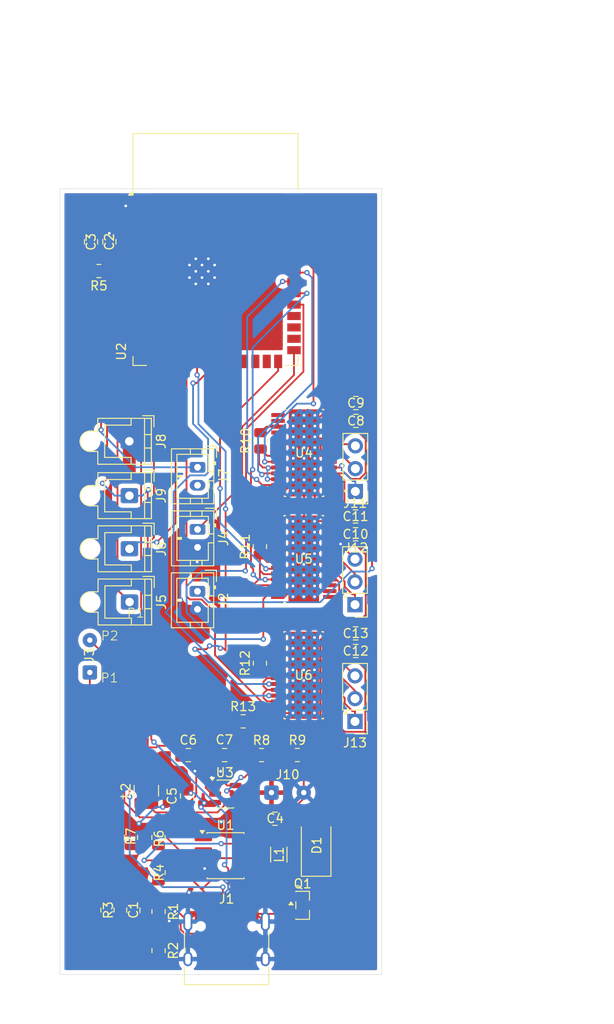
<source format=kicad_pcb>
(kicad_pcb (version 20241229) (generator "pcbnew") (generator_version "9.0")
  (layers (0 "F.Cu" signal) (2 "B.Cu" signal) (13 "F.Paste" user) (15 "B.Paste" user) (5 "F.SilkS" user "F.Silkscreen") (7 "B.SilkS" user "B.Silkscreen") (1 "F.Mask" user) (3 "B.Mask" user) (25 "Edge.Cuts" user))
  (net 0 "")
  (net 1 "GND")
  (net 2 "/+3V3")
  (net 3 "Net-(J6-Pin_1)")
  (net 4 "VM")
  (net 5 "Net-(J7-Pin_1)")
  (net 6 "/D-")
  (net 7 "/D+")
  (net 8 "Net-(J3-Pin_1)")
  (net 9 "Net-(J4-Pin_1)")
  (net 10 "Net-(J5-Pin_1)")
  (net 11 "Net-(J13-Pin_1)")
  (net 12 "/DRV8313-1/+3V3")
  (net 13 "Net-(U6-~{RESET})")
  (net 14 "/DRV8313-2/+3V3")
  (net 15 "/DRV8313-3/+3V3")
  (net 16 "/GPIO-38")
  (net 26 "/GPIO-42")
  (net 27 "/GPIO-41")
  (net 28 "/GPIO-40")
  (net 29 "/GPIO-39")
  (net 30 "/GPIO-45")
  (net 31 "/GPIO-18")
  (net 32 "/GPIO-20")
  (net 33 "/GPIO-19")
  (net 34 "Net-(U1-CE)")
  (net 35 "Net-(J13-Pin_2)")
  (net 36 "Net-(U1-CSN)")
  (net 37 "Net-(Q1-G)")
  (net 38 "Net-(U1-BAT)")
  (net 40 "Net-(U3-SW)")
  (net 41 "Net-(U3-VBST)")
  (net 42 "Net-(D1-K)")
  (net 43 "Net-(J1-CC2)")
  (net 44 "Net-(J1-CC1)")
  (net 45 "Net-(J2-Pin_1)")
  (net 47 "Net-(J11-Pin_2)")
  (net 48 "Net-(J11-Pin_3)")
  (net 49 "Net-(J11-Pin_1)")
  (net 50 "Net-(J12-Pin_1)")
  (net 51 "Net-(J12-Pin_2)")
  (net 52 "Net-(J12-Pin_3)")
  (net 53 "Net-(J13-Pin_3)")
  (net 54 "Net-(U3-VFB)")
  (net 55 "Net-(U4-~{RESET})")
  (net 56 "Net-(U5-~{RESET})")
  (net 96 "Net-(J3-Pin_2)")
  (net 97 "/+12.6V LIVE")
  (net 98 "Net-(U3-EN)")
  (footprint "Resistor_SMD:R_0805_2012Metric" (layer "F.Cu") (at 168.52 111.05)
    (property "Reference" "R9")
    (property "Value" "3kR")
  )
  (footprint "Capacitor_SMD:C_0805_2012Metric" (layer "F.Cu") (at 175.0175 97.495 180)
    (property "Reference" "C13")
    (property "Value" "10uF")
  )
  (footprint "Resistor_SMD:R_0805_2012Metric" (layer "F.Cu") (at 164.3425 100.82 90)
    (property "Reference" "R12")
    (property "Value" "10kR")
  )
  (footprint "Diode_SMD:D_SMA" (layer "F.Cu") (at 170.61 121.05 90)
    (property "Reference" "D1")
    (property "Value" "SS34")
  )
  (footprint "Connector_JST:JST_XH_B1B-XH-AM_1x01_P2.50mm_Vertical" (layer "F.Cu") (at 149.8 88.07 -90)
    (property "Reference" "J6")
    (property "Value" "U5-DATA")
  )
  (footprint "Capacitor_SMD:C_0805_2012Metric" (layer "F.Cu") (at 175.0025 86.45)
    (property "Reference" "C10")
    (property "Value" "0.1uF")
  )
  (footprint "Resistor_SMD:R_0805_2012Metric" (layer "F.Cu") (at 164.4025 76.04 90)
    (property "Reference" "R10")
    (property "Value" "10kR")
  )
  (footprint "Capacitor_SMD:C_0805_2012Metric" (layer "F.Cu") (at 150.23 128.35 90)
    (property "Reference" "C1")
    (property "Value" "10uF")
  )
  (footprint "Resistor_SMD:R_0805_2012Metric" (layer "F.Cu") (at 164.5225 111.06)
    (property "Reference" "R8")
    (property "Value" "10kR")
  )
  (footprint "DRV8313PWP:SOP65P640X120-29N" (layer "F.Cu") (at 169.23 89.21 180)
    (property "Reference" "U5")
    (property "Value" "DRV8313PWP")
  )
  (footprint "Package_TO_SOT_SMD:SOT-23" (layer "F.Cu") (at 169.1075 127.8)
    (property "Reference" "Q1")
    (property "Value" "AO3400A")
  )
  (footprint "Connector_Wire:SolderWire-0.1sqmm_1x02_P3.6mm_D0.4mm_OD1mm" (layer "F.Cu") (at 165.63 115.24)
    (property "Reference" "J10")
    (property "Value" "BATTERY")
  )
  (footprint "Resistor_SMD:R_0805_2012Metric" (layer "F.Cu") (at 146.39 57.12 180)
    (property "Reference" "R5")
    (property "Value" "10kR")
  )
  (footprint "Capacitor_SMD:C_0805_2012Metric" (layer "F.Cu") (at 156.36 111.06)
    (property "Reference" "C6")
    (property "Value" "0.1uF")
  )
  (footprint "Connector_JST:JST_XH_B1B-XH-AM_1x01_P2.50mm_Vertical" (layer "F.Cu") (at 149.79 82.15 -90)
    (property "Reference" "J9")
    (property "Value" "+3V3 IMU")
  )
  (footprint "Capacitor_SMD:C_0805_2012Metric" (layer "F.Cu") (at 175.0225 99.46)
    (property "Reference" "C12")
    (property "Value" "0.1uF")
  )
  (footprint "Capacitor_SMD:C_0805_2012Metric" (layer "F.Cu") (at 160.41 111.06 180)
    (property "Reference" "C7")
    (property "Value" "22uF")
  )
  (footprint "Capacitor_SMD:C_0805_2012Metric" (layer "F.Cu") (at 175.0425 73.82)
    (property "Reference" "C8")
    (property "Value" "0.1uF")
  )
  (footprint "Resistor_SMD:R_0805_2012Metric" (layer "F.Cu") (at 147.35 128.3275 90)
    (property "Reference" "R3")
    (property "Value" "1kR")
  )
  (footprint "Capacitor_SMD:C_0805_2012Metric" (layer "F.Cu") (at 175.0025 84.47 180)
    (property "Reference" "C11")
    (property "Value" "10uF")
  )
  (footprint "Connector_PinHeader_2.54mm:PinHeader_1x03_P2.54mm_Vertical" (layer "F.Cu") (at 174.9425 107.31 180)
    (property "Reference" "J13")
    (property "Value" "MOTOR")
  )
  (footprint "Connector_JST:JST_PH_B2B-PH-K_1x02_P2.00mm_Vertical" (layer "F.Cu") (at 157.39 85.91 -90)
    (property "Reference" "J4")
    (property "Value" "BOOT")
  )
  (footprint "Connector_JST:JST_XH_B1B-XH-AM_1x01_P2.50mm_Vertical" (layer "F.Cu") (at 149.78 76.09 -90)
    (property "Reference" "J8")
    (property "Value" "GND IMU")
  )
  (footprint "DRV8313PWP:SOP65P640X120-29N" (layer "F.Cu") (at 169.2225 102.16 180)
    (property "Reference" "U6")
    (property "Value" "DRV8313PWP")
  )
  (footprint "DRV8313PWP:SOP65P640X120-29N" (layer "F.Cu") (at 169.2625 77.39 180)
    (property "Reference" "U4")
    (property "Value" "DRV8313PWP")
  )
  (footprint "Resistor_SMD:R_0805_2012Metric" (layer "F.Cu") (at 164.3425 87.83 90)
    (property "Reference" "R11")
    (property "Value" "10kR")
  )
  (footprint "Package_SO:SOIC-8_3.9x4.9mm_P1.27mm" (layer "F.Cu") (at 160.51 122.27)
    (property "Reference" "U1")
    (property "Value" "CN3303")
  )
  (footprint "Capacitor_SMD:C_0805_2012Metric" (layer "F.Cu") (at 175.0425 71.83 180)
    (property "Reference" "C9")
    (property "Value" "10uF")
  )
  (footprint "Connector_PinHeader_2.54mm:PinHeader_1x03_P2.54mm_Vertical" (layer "F.Cu") (at 174.9425 94.3 180)
    (property "Reference" "J12")
    (property "Value" "MOTOR")
  )
  (footprint "Capacitor_SMD:C_0805_2012Metric" (layer "F.Cu") (at 156.22 115.62 90)
    (property "Reference" "C5")
    (property "Value" "10uF")
  )
  (footprint "Connector_JST:JST_PH_B2B-PH-K_1x02_P2.00mm_Vertical" (layer "F.Cu") (at 157.39 78.99 -90)
    (property "Reference" "J7")
    (property "Value" "RESET")
  )
  (footprint "Capacitor_SMD:C_0805_2012Metric" (layer "F.Cu") (at 145.51 53.87 90)
    (property "Reference" "C3")
    (property "Value" "0.1uF")
  )
  (footprint "Inductor_SMD:L_1206_3216Metric" (layer "F.Cu") (at 166.45 122.155 -90)
    (property "Reference" "L1")
    (property "Value" "10uH")
  )
  (footprint "Capacitor_SMD:C_0805_2012Metric" (layer "F.Cu") (at 166.02 118.15)
    (property "Reference" "C4")
    (property "Value" "22uF")
  )
  (footprint "Resistor_SMD:R_0805_2012Metric" (layer "F.Cu") (at 153.03 120.24 -90)
    (property "Reference" "R6")
    (property "Value" "105kR")
  )
  (footprint "Resistor_SMD:R_0805_2012Metric_Pad1.20x1.40mm_HandSolder" (layer "F.Cu") (at 153.04 128.5 -90)
    (property "Reference" "R1")
    (property "Value" "5.1kR")
  )
  (footprint "Connector_Wire:SolderWire-0.1sqmm_1x02_P3.6mm_D0.4mm_OD1mm" (layer "F.Cu") (at 145.38 101.85 90)
    (property "Reference" "J3")
    (property "Value" "LED")
  )
  (footprint "Package_TO_SOT_SMD:SOT-23-6" (layer "F.Cu") (at 160.49 115.3975)
    (property "Reference" "U3")
    (property "Value" "TPS563200")
  )
  (footprint "Resistor_SMD:R_0805_2012Metric_Pad1.20x1.40mm_HandSolder" (layer "F.Cu") (at 153.04 132.85 -90)
    (property "Reference" "R2")
    (property "Value" "5.1kR")
  )
  (footprint "Connector_JST:JST_PH_B2B-PH-K_1x02_P2.00mm_Vertical" (layer "F.Cu") (at 157.38 92.81 -90)
    (property "Reference" "J2")
    (property "Value" "MODE")
  )
  (footprint "RF_Module:ESP32-S3-WROOM-1" (layer "F.Cu") (at 159.39 54.69)
    (property "Reference" "U2")
    (property "Value" "ESP32-S3-WROOM-1")
  )
  (footprint "Resistor_SMD:R_0805_2012Metric" (layer "F.Cu") (at 162.47 107.3)
    (property "Reference" "R13")
    (property "Value" "100kR")
  )
  (footprint "Capacitor_SMD:C_0805_2012Metric" (layer "F.Cu") (at 147.56 53.86 90)
    (property "Reference" "C2")
    (property "Value" "1uF")
  )
  (footprint "Resistor_SMD:R_0805_2012Metric" (layer "F.Cu") (at 149.97 120.2325 90)
    (property "Reference" "R7")
    (property "Value" "1MR")
  )
  (footprint "Connector_PinHeader_2.54mm:PinHeader_1x03_P2.54mm_Vertical" (layer "F.Cu") (at 174.9825 81.68 180)
    (property "Reference" "J11")
    (property "Value" "MOTOR")
  )
  (footprint "Connector_JST:JST_XH_B1B-XH-AM_1x01_P2.50mm_Vertical" (layer "F.Cu") (at 149.81 94 -90)
    (property "Reference" "J5")
    (property "Value" "U5-CLOCK")
  )
  (footprint "Inductor_SMD:L_1210_3225Metric" (layer "F.Cu") (at 151.68 115.03 90)
    (property "Reference" "L2")
    (property "Value" "3.3uH")
  )
  (footprint "Connector_USB:USB_C_Receptacle_HRO_TYPE-C-31-M-12" (layer "F.Cu") (at 160.63 132.74)
    (property "Reference" "J1")
    (property "Value" "USB_C_Receptacle_USB2.0_14P")
  )
  (footprint "Resistor_SMD:R_0805_2012Metric" (layer "F.Cu") (at 153.04 124.1575 90)
    (property "Reference" "R4")
    (property "Value" "0.1R")
  )
  (gr_rect (start 142.05 47.95) (end 177.91 135.52) (stroke (width 0.05)) (fill no) (layer "Edge.Cuts"))
  (gr_text "P1\n" (at 146.53 103.04 0) (layer "F.SilkS") (effects (font (size 1 1) (thickness 0.1)) (justify left bottom)))
  (gr_text "P2" (at 146.55 98.36 0) (layer "F.SilkS") (effects (font (size 1 1) (thickness 0.1)) (justify left bottom)))
  (gr_text "P1" (at 149.46 95.81 0) (layer "F.SilkS") (effects (font (size 1 1) (thickness 0.1)) (justify left bottom)))
  (segment (start 175.972 97.5) (end 175.968 97.495) (width 0.2) (layer "F.Cu") (net 1))
  (segment (start 172.13 89.535) (end 170.705 89.535) (width 0.2) (layer "F.Cu") (net 1))
  (segment (start 169.262 77.39) (end 170.888 75.765) (width 0.2) (layer "F.Cu") (net 1))
  (segment (start 171.373 97.935) (end 169.222 100.085) (width 0.2) (layer "F.Cu") (net 1))
  (segment (start 156.31 129.61) (end 156.31 126.502) (width 0.2) (layer "F.Cu") (net 1))
  (segment (start 158.971 113.569) (end 158.971 114.066) (width 0.2) (layer "F.Cu") (net 1))
  (segment (start 164.795 129.61) (end 163.88 128.695) (width 0.2) (layer "F.Cu") (net 1))
  (segment (start 163.935 128.75) (end 163.88 128.695) (width 0.2) (layer "F.Cu") (net 1))
  (segment (start 170.888 75.765) (end 171.437 75.765) (width 0.2) (layer "F.Cu") (net 1))
  (segment (start 153.09 129.55) (end 153.04 129.5) (width 0.2) (layer "F.Cu") (net 1))
  (segment (start 159.46 111.06) (end 159.46 112.361) (width 0.2) (layer "F.Cu") (net 1))
  (segment (start 170.462 81.59) (end 170.462 83.3175) (width 0.2) (layer "F.Cu") (net 1))
  (segment (start 171.072 98.236) (end 171.072 106.71) (width 0.2) (layer "F.Cu") (net 1))
  (segment (start 166.322 106.385) (end 167.998 106.385) (width 0.2) (layer "F.Cu") (net 1))
  (segment (start 153.04 129.5) (end 152.88 129.5) (width 0.2) (layer "F.Cu") (net 1))
  (segment (start 172.18 87.535) (end 172.13 87.585) (width 0.2) (layer "F.Cu") (net 1))
  (segment (start 154.874 128.486) (end 155.186 128.486) (width 0.2) (layer "F.Cu") (net 1))
  (segment (start 150.64 49.43) (end 149.814 49.43) (width 0.2) (layer "F.Cu") (net 1))
  (segment (start 169.548 102.485) (end 169.222 102.16) (width 0.2) (layer "F.Cu") (net 1))
  (segment (start 173.336 87.535) (end 172.18 87.535) (width 0.2) (layer "F.Cu") (net 1))
  (segment (start 166.362 76.415) (end 168.288 76.415) (width 0.2) (layer "F.Cu") (net 1))
  (segment (start 172.162 72.2488) (end 172.162 73.165) (width 0.2) (layer "F.Cu") (net 1))
  (segment (start 168.255 88.235) (end 169.23 89.21) (width 0.2) (layer "F.Cu") (net 1))
  (segment (start 157.246 112.996) (end 157.09 112.84) (width 0.2) (layer "F.Cu") (net 1))
  (segment (start 169.222 100.085) (end 169.222 102.16) (width 0.2) (layer "F.Cu") (net 1))
  (segment (start 169.23 115.24) (end 169.23 111.252) (width 0.2) (layer "F.Cu") (net 1))
  (segment (start 169.588 77.715) (end 169.262 77.39) (width 0.2) (layer "F.Cu") (net 1))
  (segment (start 168.288 76.415) (end 169.262 77.39) (width 0.2) (layer "F.Cu") (net 1))
  (segment (start 167.998 106.385) (end 169.222 105.16) (width 0.2) (layer "F.Cu") (net 1))
  (segment (start 164.95 129.61) (end 164.95 133.79) (width 0.2) (layer "F.Cu") (net 1))
  (segment (start 172.122 103.135) (end 172.122 102.485) (width 0.2) (layer "F.Cu") (net 1))
  (segment (start 166.362 81.615) (end 167.112 81.615) (width 0.2) (layer "F.Cu") (net 1))
  (segment (start 175.992 73.82) (end 175.992 71.83) (width 0.2) (layer "F.Cu") (net 1))
  (segment (start 153.04 133.85) (end 156.25 133.85) (width 0.2) (layer "F.Cu") (net 1))
  (segment (start 166.33 88.235) (end 168.255 88.235) (width 0.2) (layer "F.Cu") (net 1))
  (segment (start 172.13 90.185) (end 172.13 89.535) (width 0.2) (layer "F.Cu") (net 1))
  (segment (start 152.88 129.5) (end 152.68 129.3) (width 0.2) (layer "F.Cu") (net 1))
  (segment (start 157.225 128.695) (end 156.31 129.61) (width 0.2) (layer "F.Cu") (net 1))
  (segment (start 172.162 77.715) (end 171.437 77.715) (width 0.2) (layer "F.Cu") (net 1))
  (segment (start 174.966 70.804) (end 173.607 70.804) (width 0.2) (layer "F.Cu") (net 1))
  (segment (start 171.437 75.765) (end 171.112 76.0904) (width 0.2) (layer "F.Cu") (net 1))
  (segment (start 164.95 129.61) (end 167.31 129.61) (width 0.2) (layer "F.Cu") (net 1))
  (segment (start 168.248 101.185) (end 169.222 102.16) (width 0.2) (layer "F.Cu") (net 1))
  (segment (start 170.462 83.3175) (end 172.13 84.985) (width 0.2) (layer "F.Cu") (net 1))
  (segment (start 173.607 70.804) (end 169.262 75.1488) (width 0.2) (layer "F.Cu") (net 1))
  (segment (start 167.112 81.615) (end 169.262 79.465) (width 0.2) (layer "F.Cu") (net 1))
  (segment (start 158.18 123.705) (end 158.18 124.03) (width 0.2) (layer "F.Cu") (net 1))
  (segment (start 172.122 97.935) (end 171.373 97.935) (width 0.2) (layer "F.Cu") (net 1))
  (segment (start 170.198 103.135) (end 169.222 102.16) (width 0.2) (layer "F.Cu") (net 1))
  (segment (start 171.112 76.0904) (end 171.112 77.3896) (width 0.2) (layer "F.Cu") (net 1))
  (segment (start 171.072 106.71) (end 173.224 108.862) (width 0.2) (layer "F.Cu") (net 1))
  (segment (start 166.97 118.15) (end 169.23 115.89) (width 0.2) (layer "F.Cu") (net 1))
  (segment (start 176.494 108.627) (end 176.494 99.982) (width 0.2) (layer "F.Cu") (net 1))
  (segment (start 172.122 103.135) (end 170.198 103.135) (width 0.2) (layer "F.Cu") (net 1))
  (segment (start 168.17 128.75) (end 163.935 128.75) (width 0.2) (layer "F.Cu") (net 1))
  (segment (start 167.31 129.61) (end 168.17 128.75) (width 0.2) (layer "F.Cu") (net 1))
  (segment (start 173.607 70.804) (end 172.162 72.2488) (width 0.2) (layer "F.Cu") (net 1))
  (segment (start 166.322 101.185) (end 168.248 101.185) (width 0.2) (layer "F.Cu") (net 1))
  (segment (start 171.437 77.715) (end 172.162 77.715) (width 0.2) (layer "F.Cu") (net 1))
  (segment (start 171.373 97.935) (end 171.072 98.236) (width 0.2) (layer "F.Cu") (net 1))
  (segment (start 176.494 99.982) (end 175.972 99.46) (width 0.2) (layer "F.Cu") (net 1))
  (segment (start 158.18 124.03) (end 158.035 124.175) (width 0.2) (layer "F.Cu") (net 1))
  (segment (start 169.262 79.465) (end 169.262 77.39) (width 0.2) (layer "F.Cu") (net 1))
  (segment (start 167.08 93.435) (end 169.23 91.285) (width 0.2) (layer "F.Cu") (net 1))
  (segment (start 157.246 115.544) (end 157.246 112.996) (width 0.2) (layer "F.Cu") (net 1))
  (segment (start 175.992 71.83) (end 174.966 70.804) (width 0.2) (layer "F.Cu") (net 1))
  (segment (start 164.95 129.61) (end 164.795 129.61) (width 0.2) (layer "F.Cu") (net 1))
  (segment (start 169.262 89.1775) (end 169.23 89.21) (width 0.2) (layer "F.Cu") (net 1))
  (segment (start 170.455 84.985) (end 170.43 85.01) (width 0.2) (layer "F.Cu") (net 1))
  (segment (start 159.46 112.361) (end 159.959 112.861) (width 0.2) (layer "F.Cu") (net 1))
  (segment (start 172.122 100.535) (end 170.848 100.535) (width 0.2) (layer "F.Cu") (net 1))
  (segment (start 169.23 91.285) (end 169.23 89.21) (width 0.2) (layer "F.Cu") (net 1))
  (segment (start 156.25 133.85) (end 156.31 133.79) (width 0.2) (layer "F.Cu") (net 1))
  (segment (start 155.186 128.486) (end 156.31 129.61) (width 0.2) (layer "F.Cu") (net 1))
  (segment (start 169.262 75.1488) (end 169.262 77.39) (width 0.2) (layer "F.Cu") (net 1))
  (segment (start 169.23 111.252) (end 169.432 111.05) (width 0.2) (layer "F.Cu") (net 1))
  (segment (start 149.814 49.43) (end 149.384 49.86) (width 0.2) (layer "F.Cu") (net 1))
  (segment (start 156.052 124.175) (end 158.035 124.175) (width 0.2) (layer "F.Cu") (net 1))
  (segment (start 175.972 99.46) (end 175.972 97.5) (width 0.2) (layer "F.Cu") (net 1))
  (segment (start 170.848 100.535) (end 169.222 102.16) (width 0.2) (layer "F.Cu") (net 1))
  (segment (start 156.22 116.57) (end 157.246 115.544) (width 0.2) (layer "F.Cu") (net 1))
  (segment (start 157.38 128.695) (end 157.225 128.695) (width 0.2) (layer "F.Cu") (net 1))
  (segment (start 170.238 78.365) (end 169.262 77.39) (width 0.2) (layer "F.Cu") (net 1))
  (segment (start 171.437 77.715) (end 169.588 77.715) (width 0.2) (layer "F.Cu") (net 1))
  (segment (start 170.705 89.535) (end 170.43 89.81) (width 0.2) (layer "F.Cu") (net 1))
  (segment (start 169.262 77.39) (end 169.262 89.1775) (width 0.2) (layer "F.Cu") (net 1))
  (segment (start 172.13 84.985) (end 170.455 84.985) (width 0.2) (layer "F.Cu") (net 1))
  (segment (start 154.23 129.55) (end 153.09 129.55) (width 0.2) (layer "F.Cu") (net 1))
  (segment (start 153.03 121.152) (end 156.052 124.175) (width 0.2) (layer "F.Cu") (net 1))
  (segment (start 175.952 84.47) (end 175.952 87.6843) (width 0.2) (layer "F.Cu") (net 1))
  (segment (start 166.33 93.435) (end 167.08 93.435) (width 0.2) (layer "F.Cu") (net 1))
  (segment (start 152.68 129.3) (end 150.23 129.3) (width 0.2) (layer "F.Cu") (net 1))
  (segment (start 173.224 108.862) (end 176.26 108.862) (width 0.2) (layer "F.Cu") (net 1))
  (segment (start 172.162 78.365) (end 170.238 78.365) (width 0.2) (layer "F.Cu") (net 1))
  (segment (start 156.31 126.502) (end 156.44 126.372) (width 0.2) (layer "F.Cu") (net 1))
  (segment (start 176.26 108.862) (end 176.494 108.627) (width 0.2) (layer "F.Cu") (net 1))
  (segment (start 175.952 87.6843) (end 176.246 87.9781) (width 0.2) (layer "F.Cu") (net 1))
  (segment (start 171.112 77.3896) (end 171.437 77.715) (width 0.2) (layer "F.Cu") (net 1))
  (segment (start 158.971 114.066) (end 159.352 114.448) (width 0.2) (layer "F.Cu") (net 1))
  (segment (start 169.23 115.89) (end 169.23 115.24) (width 0.2) (layer "F.Cu") (net 1))
  (via (at 154.874 128.486) (size 0.6) (drill 0.3) (layers "F.Cu" "B.Cu") (net 1))
  (via (at 149.384 49.86) (size 0.6) (drill 0.3) (layers "F.Cu" "B.Cu") (net 1))
  (via (at 158.18 123.705) (size 0.6) (drill 0.3) (layers "F.Cu" "B.Cu") (net 1))
  (via (at 157.09 112.84) (size 0.6) (drill 0.3) (layers "F.Cu" "B.Cu") (net 1))
  (via (at 176.246 87.9781) (size 0.6) (drill 0.3) (layers "F.Cu" "B.Cu") (net 1))
  (via (at 156.44 126.372) (size 0.6) (drill 0.3) (layers "F.Cu" "B.Cu") (net 1))
  (via (at 155.48 93.76) (size 0.6) (drill 0.3) (layers "F.Cu" "B.Cu") (net 1))
  (via (at 173.336 87.535) (size 0.6) (drill 0.3) (layers "F.Cu" "B.Cu") (net 1))
  (via (at 147.56 52.91) (size 0.6) (drill 0.3) (layers "F.Cu" "B.Cu") (net 1))
  (via (at 157.35 89.53) (size 0.6) (drill 0.3) (layers "F.Cu" "B.Cu") (net 1))
  (via (at 158.971 113.569) (size 0.6) (drill 0.3) (layers "F.Cu" "B.Cu") (net 1))
  (via (at 159.959 112.861) (size 0.6) (drill 0.3) (layers "F.Cu" "B.Cu") (net 1))
  (via (at 154.23 129.55) (size 0.6) (drill 0.3) (layers "F.Cu" "B.Cu") (net 1))
  (segment (start 157.09 112.84) (end 157.819 113.569) (width 0.2) (layer "B.Cu") (net 1))
  (segment (start 154.874 128.486) (end 154.874 128.906) (width 0.2) (layer "B.Cu") (net 1))
  (segment (start 158.996 123.705) (end 158.18 123.705) (width 0.2) (layer "B.Cu") (net 1))
  (segment (start 147.56 51.6843) (end 147.56 52.91) (width 0.2) (layer "B.Cu") (net 1))
  (segment (start 160.814 125.523) (end 158.996 123.705) (width 0.2) (layer "B.Cu") (net 1))
  (segment (start 159.28 113.54) (end 159 113.54) (width 0.2) (layer "B.Cu") (net 1))
  (segment (start 157.819 113.569) (end 158.971 113.569) (width 0.2) (layer "B.Cu") (net 1))
  (segment (start 176.246 87.9781) (end 175.803 87.535) (width 0.2) (layer "B.Cu") (net 1))
  (segment (start 149.384 49.86) (end 147.56 51.6843) (width 0.2) (layer "B.Cu") (net 1))
  (segment (start 159 113.54) (end 158.971 113.569) (width 0.2) (layer "B.Cu") (net 1))
  (segment (start 156.44 126.372) (end 160.463 126.372) (width 0.2) (layer "B.Cu") (net 1))
  (segment (start 160.814 126.021) (end 160.814 125.523) (width 0.2) (layer "B.Cu") (net 1))
  (segment (start 160.463 126.372) (end 160.814 126.021) (width 0.2) (layer "B.Cu") (net 1))
  (segment (start 154.874 128.906) (end 154.23 129.55) (width 0.2) (layer "B.Cu") (net 1))
  (segment (start 175.803 87.535) (end 173.336 87.535) (width 0.2) (layer "B.Cu") (net 1))
  (segment (start 159.959 112.861) (end 159.28 113.54) (width 0.2) (layer "B.Cu") (net 1))
  (segment (start 147.302 57.12) (end 147.302 80.2573) (width 0.2) (layer "F.Cu") (net 2))
  (segment (start 150.64 50.7) (end 149.588 50.7) (width 0.2) (layer "F.Cu") (net 2))
  (segment (start 151.906 110.205) (end 152.775 110.205) (width 0.2) (layer "F.Cu") (net 2))
  (segment (start 151.832 81.568) (end 151.832 110.132) (width 0.2) (layer "F.Cu") (net 2))
  (segment (start 149.588 54.8342) (end 147.302 57.12) (width 0.2) (layer "F.Cu") (net 2))
  (segment (start 151.906 81.4945) (end 151.832 81.568) (width 0.2) (layer "F.Cu") (net 2))
  (segment (start 149.588 50.7) (end 149.588 54.8342) (width 0.2) (layer "F.Cu") (net 2))
  (segment (start 160.319 110.019) (end 161.36 111.06) (width 0.2) (layer "F.Cu") (net 2))
  (segment (start 151.906 110.205) (end 151.906 113.404) (width 0.2) (layer "F.Cu") (net 2))
  (segment (start 163.61 111.06) (end 161.36 111.06) (width 0.2) (layer "F.Cu") (net 2))
  (segment (start 152.775 110.205) (end 152.962 110.019) (width 0.2) (layer "F.Cu") (net 2))
  (segment (start 147.302 80.2573) (end 146.784 80.7755) (width 0.2) (layer "F.Cu") (net 2))
  (segment (start 151.906 113.404) (end 151.68 113.63) (width 0.2) (layer "F.Cu") (net 2))
  (segment (start 152.962 110.019) (end 160.319 110.019) (width 0.2) (layer "F.Cu") (net 2))
  (segment (start 151.832 110.132) (end 151.906 110.205) (width 0.2) (layer "F.Cu") (net 2))
  (via (at 151.906 81.4945) (size 0.6) (drill 0.3) (layers "F.Cu" "B.Cu") (net 2))
  (via (at 146.784 80.7755) (size 0.6) (drill 0.3) (layers "F.Cu" "B.Cu") (net 2))
  (segment (start 149.79 82.15) (end 151.25 82.15) (width 0.2) (layer "B.Cu") (net 2))
  (segment (start 151.25 82.15) (end 151.906 81.4945) (width 0.2) (layer "B.Cu") (net 2))
  (segment (start 148.159 82.15) (end 149.79 82.15) (width 0.2) (layer "B.Cu") (net 2))
  (segment (start 146.784 80.7755) (end 148.159 82.15) (width 0.2) (layer "B.Cu") (net 2))
  (segment (start 154.945 85.2366) (end 152.836 87.3459) (width 0.2) (layer "F.Cu") (net 3))
  (segment (start 154.945 67.19) (end 154.945 85.2366) (width 0.2) (layer "F.Cu") (net 3))
  (via (at 152.836 87.3459) (size 0.6) (drill 0.3) (layers "F.Cu" "B.Cu") (net 3))
  (segment (start 152.836 87.3459) (end 150.524 87.3459) (width 0.2) (layer "B.Cu") (net 3))
  (segment (start 150.524 87.3459) (end 149.8 88.07) (width 0.2) (layer "B.Cu") (net 3))
  (segment (start 174.192 86.7726) (end 176.139 88.7195) (width 0.2) (layer "F.Cu") (net 4))
  (segment (start 175.459 80.291) (end 176.134 79.6168) (width 0.2) (layer "F.Cu") (net 4))
  (segment (start 173.182 91.8114) (end 172.856 91.485) (width 0.2) (layer "F.Cu") (net 4))
  (segment (start 174.092 73.9247) (end 172.902 75.115) (width 0.2) (layer "F.Cu") (net 4))
  (segment (start 173.792 108.461) (end 176.094 108.461) (width 0.2) (layer "F.Cu") (net 4))
  (segment (start 173.39 104.863) (end 173.39 108.059) (width 0.2) (layer "F.Cu") (net 4))
  (segment (start 172.122 99.885) (end 172.933 99.885) (width 0.2) (layer "F.Cu") (net 4))
  (segment (start 174.506 80.291) (end 175.459 80.291) (width 0.2) (layer "F.Cu") (net 4))
  (segment (start 174.052 86.7726) (end 174.192 86.7726) (width 0.2) (layer "F.Cu") (net 4))
  (segment (start 172.988 79.665) (end 173.767 80.4433) (width 0.2) (layer "F.Cu") (net 4))
  (segment (start 172.856 91.485) (end 172.13 91.485) (width 0.2) (layer "F.Cu") (net 4))
  (segment (start 173.767 84.1841) (end 174.052 84.47) (width 0.2) (layer "F.Cu") (net 4))
  (segment (start 173.572 99.96) (end 174.072 99.46) (width 0.2) (layer "F.Cu") (net 4))
  (segment (start 172.198 99.96) (end 173.572 99.96) (width 0.2) (layer "F.Cu") (net 4))
  (segment (start 176.139 95.4233) (end 174.068 97.495) (width 0.2) (layer "F.Cu") (net 4))
  (segment (start 173.182 96.6094) (end 173.182 91.8114) (width 0.2) (layer "F.Cu") (net 4))
  (segment (start 174.052 86.45) (end 174.052 86.7726) (width 0.2) (layer "F.Cu") (net 4))
  (segment (start 172.162 79.665) (end 173.88 79.665) (width 0.2) (layer "F.Cu") (net 4))
  (segment (start 176.094 108.461) (end 176.094 101.481) (width 0.2) (layer "F.Cu") (net 4))
  (segment (start 172.962 104.435) (end 173.39 104.863) (width 0.2) (layer "F.Cu") (net 4))
  (segment (start 174.092 73.82) (end 174.092 73.9247) (width 0.2) (layer "F.Cu") (net 4))
  (segment (start 174.052 86.7726) (end 173.89 86.935) (width 0.2) (layer "F.Cu") (net 4))
  (segment (start 173.39 108.059) (end 173.792 108.461) (width 0.2) (layer "F.Cu") (net 4))
  (segment (start 172.122 104.435) (end 172.962 104.435) (width 0.2) (layer "F.Cu") (net 4))
  (segment (start 173.174 98.3881) (end 174.068 97.495) (width 0.2) (layer "F.Cu") (net 4))
  (segment (start 176.094 101.481) (end 174.072 99.46) (width 0.2) (layer "F.Cu") (net 4))
  (segment (start 176.139 88.7195) (end 176.139 95.4233) (width 0.2) (layer "F.Cu") (net 4))
  (segment (start 174.092 73.82) (end 174.092 71.83) (width 0.2) (layer "F.Cu") (net 4))
  (segment (start 174.052 86.45) (end 174.052 84.47) (width 0.2) (layer "F.Cu") (net 4))
  (segment (start 173.89 86.935) (end 172.13 86.935) (width 0.2) (layer "F.Cu") (net 4))
  (segment (start 176.134 79.6168) (end 176.134 75.861) (width 0.2) (layer "F.Cu") (net 4))
  (segment (start 172.902 75.115) (end 172.162 75.115) (width 0.2) (layer "F.Cu") (net 4))
  (segment (start 172.162 79.665) (end 172.988 79.665) (width 0.2) (layer "F.Cu") (net 4))
  (segment (start 176.134 75.861) (end 174.092 73.82) (width 0.2) (layer "F.Cu") (net 4))
  (segment (start 172.122 99.885) (end 172.198 99.96) (width 0.2) (layer "F.Cu") (net 4))
  (segment (start 174.072 97.5) (end 174.068 97.495) (width 0.2) (layer "F.Cu") (net 4))
  (segment (start 173.88 79.665) (end 174.506 80.291) (width 0.2) (layer "F.Cu") (net 4))
  (segment (start 173.174 99.6432) (end 173.174 98.3881) (width 0.2) (layer "F.Cu") (net 4))
  (segment (start 173.767 80.4433) (end 173.767 84.1841) (width 0.2) (layer "F.Cu") (net 4))
  (segment (start 172.933 99.885) (end 173.174 99.6432) (width 0.2) (layer "F.Cu") (net 4))
  (segment (start 174.068 97.495) (end 173.182 96.6094) (width 0.2) (layer "F.Cu") (net 4))
  (segment (start 174.072 99.46) (end 174.072 97.5) (width 0.2) (layer "F.Cu") (net 4))
  (segment (start 151.555 48.6751) (end 149.703 48.6751) (width 0.2) (layer "F.Cu") (net 5))
  (segment (start 151.692 48.8116) (end 151.555 48.6751) (width 0.2) (layer "F.Cu") (net 5))
  (segment (start 146.632 74.8198) (end 146.632 58.2741) (width 0.2) (layer "F.Cu") (net 5))
  (segment (start 146.632 58.2741) (end 145.478 57.12) (width 0.2) (layer "F.Cu") (net 5))
  (segment (start 145.478 57.12) (end 145.478 54.8525) (width 0.2) (layer "F.Cu") (net 5))
  (segment (start 145.478 54.8525) (end 145.51 54.82) (width 0.2) (layer "F.Cu") (net 5))
  (segment (start 145.51 54.82) (end 147.55 54.82) (width 0.2) (layer "F.Cu") (net 5))
  (segment (start 150.64 51.97) (end 151.692 51.97) (width 0.2) (layer "F.Cu") (net 5))
  (segment (start 147.55 54.82) (end 147.56 54.81) (width 0.2) (layer "F.Cu") (net 5))
  (segment (start 149.703 48.6751) (end 148.784 49.5942) (width 0.2) (layer "F.Cu") (net 5))
  (segment (start 148.784 49.5942) (end 148.784 53.5857) (width 0.2) (layer "F.Cu") (net 5))
  (segment (start 151.692 51.97) (end 151.692 48.8116) (width 0.2) (layer "F.Cu") (net 5))
  (segment (start 148.784 53.5857) (end 147.56 54.81) (width 0.2) (layer "F.Cu") (net 5))
  (via (at 146.632 74.8198) (size 0.6) (drill 0.3) (layers "F.Cu" "B.Cu") (net 5))
  (segment (start 150.527 78.99) (end 146.632 75.0947) (width 0.2) (layer "B.Cu") (net 5))
  (segment (start 146.632 75.0947) (end 146.632 74.8198) (width 0.2) (layer "B.Cu") (net 5))
  (segment (start 157.39 78.99) (end 150.527 78.99) (width 0.2) (layer "B.Cu") (net 5))
  (segment (start 160.89 126.528) (end 160.89 127.555) (width 0.2) (layer "F.Cu") (net 6))
  (segment (start 159.89 127.555) (end 159.88 127.565) (width 0.2) (layer "F.Cu") (net 6))
  (segment (start 160.89 127.555) (end 160.88 127.565) (width 0.2) (layer "F.Cu") (net 6))
  (segment (start 149.827 115.714) (end 149.827 98.3995) (width 0.2) (layer "F.Cu") (net 6))
  (segment (start 151.096 97.1308) (end 151.096 71.4958) (width 0.2) (layer "F.Cu") (net 6))
  (segment (start 159.88 127.565) (end 159.88 128.695) (width 0.2) (layer "F.Cu") (net 6))
  (segment (start 149.827 98.3995) (end 151.096 97.1308) (width 0.2) (layer "F.Cu") (net 6))
  (segment (start 150.64 64.67) (end 149.588 64.67) (width 0.2) (layer "F.Cu") (net 6))
  (segment (start 160.213 126.528) (end 160.213 125.772) (width 0.2) (layer "F.Cu") (net 6))
  (segment (start 160.88 127.565) (end 160.88 128.695) (width 0.2) (layer "F.Cu") (net 6))
  (segment (start 160.213 126.528) (end 159.89 126.528) (width 0.2) (layer "F.Cu") (net 6))
  (segment (start 151.096 71.4958) (end 149.588 69.9881) (width 0.2) (layer "F.Cu") (net 6))
  (segment (start 149.588 69.9881) (end 149.588 64.67) (width 0.2) (layer "F.Cu") (net 6))
  (segment (start 159.89 127.555) (end 159.89 126.528) (width 0.2) (layer "F.Cu") (net 6))
  (segment (start 160.213 126.528) (end 160.89 126.528) (width 0.2) (layer "F.Cu") (net 6))
  (via (at 149.827 115.714) (size 0.6) (drill 0.3) (layers "F.Cu" "B.Cu") (net 6))
  (via (at 160.213 125.772) (size 0.6) (drill 0.3) (layers "F.Cu" "B.Cu") (net 6))
  (segment (start 149.827 122.089) (end 149.827 115.714) (width 0.2) (layer "B.Cu") (net 6))
  (segment (start 160.213 125.772) (end 153.51 125.772) (width 0.2) (layer "B.Cu") (net 6))
  (segment (start 153.51 125.772) (end 149.827 122.089) (width 0.2) (layer "B.Cu") (net 6))
  (segment (start 161.38 128.695) (end 161.38 129.672) (width 0.2) (layer "F.Cu") (net 7))
  (segment (start 160.38 129.672) (end 160.38 128.695) (width 0.2) (layer "F.Cu") (net 7))
  (segment (start 160.814 123.7) (end 160.814 125.885) (width 0.2) (layer "F.Cu") (net 7))
  (segment (start 160.396 123.282) (end 160.814 123.7) (width 0.2) (layer "F.Cu") (net 7))
  (segment (start 161.38 126.451) (end 161.38 128.695) (width 0.2) (layer "F.Cu") (net 7))
  (segment (start 161.331 129.721) (end 160.429 129.721) (width 0.2) (layer "F.Cu") (net 7))
  (segment (start 150.64 67.7043) (end 152.526 69.59) (width 0.2) (layer "F.Cu") (net 7))
  (segment (start 152.234 109.312) (end 152.526 109.604) (width 0.2) (layer "F.Cu") (net 7))
  (segment (start 152.234 87.0968) (end 152.234 109.312) (width 0.2) (layer "F.Cu") (net 7))
  (segment (start 152.526 86.8051) (end 152.234 87.0968) (width 0.2) (layer "F.Cu") (net 7))
  (segment (start 161.38 129.672) (end 161.331 129.721) (width 0.2) (layer "F.Cu") (net 7))
  (segment (start 150.64 65.94) (end 150.64 67.7043) (width 0.2) (layer "F.Cu") (net 7))
  (segment (start 160.814 125.885) (end 161.38 126.451) (width 0.2) (layer "F.Cu") (net 7))
  (segment (start 152.526 69.59) (end 152.526 86.8051) (width 0.2) (layer "F.Cu") (net 7))
  (segment (start 160.429 129.721) (end 160.38 129.672) (width 0.2) (layer "F.Cu") (net 7))
  (via (at 152.526 109.604) (size 0.6) (drill 0.3) (layers "F.Cu" "B.Cu") (net 7))
  (via (at 160.396 123.282) (size 0.6) (drill 0.3) (layers "F.Cu" "B.Cu") (net 7))
  (segment (start 152.526 109.604) (end 160.623 117.701) (width 0.2) (layer "B.Cu") (net 7))
  (segment (start 160.623 117.701) (end 160.623 123.055) (width 0.2) (layer "B.Cu") (net 7))
  (segment (start 160.623 123.055) (end 160.396 123.282) (width 0.2) (layer "B.Cu") (net 7))
  (segment (start 145.38 125.445) (end 145.38 101.85) (width 0.2) (layer "F.Cu") (net 8))
  (segment (start 147.35 127.415) (end 145.38 125.445) (width 0.2) (layer "F.Cu") (net 8))
  (segment (start 162.353 74.4917) (end 162.353 80.9469) (width 0.2) (layer "F.Cu") (net 9))
  (segment (start 168.14 65.94) (end 168.14 68.7048) (width 0.2) (layer "F.Cu") (net 9))
  (segment (start 162.353 80.9469) (end 157.39 85.91) (width 0.2) (layer "F.Cu") (net 9))
  (segment (start 168.14 68.7048) (end 162.353 74.4917) (width 0.2) (layer "F.Cu") (net 9))
  (segment (start 149.81 94) (end 148.464 92.6535) (width 0.2) (layer "F.Cu") (net 10))
  (segment (start 150.64 63.4) (end 149.588 63.4) (width 0.2) (layer "F.Cu") (net 10))
  (segment (start 148.464 92.6535) (end 148.464 64.5248) (width 0.2) (layer "F.Cu") (net 10))
  (segment (start 148.464 64.5248) (end 149.588 63.4) (width 0.2) (layer "F.Cu") (net 10))
  (segment (start 174.654 106.158) (end 173.791 105.295) (width 0.2) (layer "F.Cu") (net 11))
  (segment (start 174.942 106.158) (end 174.654 106.158) (width 0.2) (layer "F.Cu") (net 11))
  (segment (start 173.791 104.697) (end 172.879 103.785) (width 0.2) (layer "F.Cu") (net 11))
  (segment (start 172.1225 103.785) (end 172.122 103.785) (width 0.2) (layer "F.Cu") (net 11))
  (segment (start 174.942 107.31) (end 174.942 106.158) (width 0.2) (layer "F.Cu") (net 11))
  (segment (start 172.879 103.785) (end 172.1225 103.785) (width 0.2) (layer "F.Cu") (net 11))
  (segment (start 173.791 105.295) (end 173.791 104.697) (width 0.2) (layer "F.Cu") (net 11))
  (segment (start 164.659 79.015) (end 164.25 78.6055) (width 0.2) (layer "F.Cu") (net 12))
  (segment (start 165.165 77.715) (end 164.402 76.9525) (width 0.2) (layer "F.Cu") (net 12))
  (segment (start 166.362 80.315) (end 165.199 80.315) (width 0.2) (layer "F.Cu") (net 12))
  (segment (start 166.312 79.065) (end 166.362 79.015) (width 0.2) (layer "F.Cu") (net 12))
  (segment (start 166.362 79.015) (end 164.659 79.015) (width 0.2) (layer "F.Cu") (net 12))
  (segment (start 166.362 77.715) (end 165.165 77.715) (width 0.2) (layer "F.Cu") (net 12))
  (segment (start 164.25 77.1054) (end 164.402 76.9525) (width 0.2) (layer "F.Cu") (net 12))
  (segment (start 164.25 78.6055) (end 164.25 77.1054) (width 0.2) (layer "F.Cu") (net 12))
  (segment (start 165.27 79.065) (end 166.312 79.065) (width 0.2) (layer "F.Cu") (net 12))
  (segment (start 165.199 80.315) (end 165.184 80.3004) (width 0.2) (layer "F.Cu") (net 12))
  (via (at 165.184 80.3004) (size 0.6) (drill 0.3) (layers "F.Cu" "B.Cu") (net 12))
  (via (at 165.27 79.065) (size 0.6) (drill 0.3) (layers "F.Cu" "B.Cu") (net 12))
  (segment (start 165.184 80.3004) (end 165.184 79.1508) (width 0.2) (layer "B.Cu") (net 12))
  (segment (start 165.184 79.1508) (end 165.27 79.065) (width 0.2) (layer "B.Cu") (net 12))
  (segment (start 164.342 99.7891) (end 164.342 99.9075) (width 0.2) (layer "F.Cu") (net 13))
  (segment (start 165.547 98.585) (end 164.342 99.7891) (width 0.2) (layer "F.Cu") (net 13))
  (segment (start 166.322 98.585) (end 165.547 98.585) (width 0.2) (layer "F.Cu") (net 13))
  (segment (start 166.322 98.585) (end 166.322 99.235) (width 0.2) (layer "F.Cu") (net 13))
  (segment (start 164.342 88.7425) (end 165.135 89.535) (width 0.2) (layer "F.Cu") (net 14))
  (segment (start 165.135 89.535) (end 166.33 89.535) (width 0.2) (layer "F.Cu") (net 14))
  (segment (start 163.7 92) (end 164.342 91.3575) (width 0.2) (layer "F.Cu") (net 14))
  (segment (start 166.33 92.135) (end 163.835 92.135) (width 0.2) (layer "F.Cu") (net 14))
  (segment (start 164.342 88.7425) (end 164.342 90.4793) (width 0.2) (layer "F.Cu") (net 14))
  (segment (start 166.266 90.8991) (end 166.33 90.835) (width 0.2) (layer "F.Cu") (net 14))
  (segment (start 164.342 90.4793) (end 164.762 90.8991) (width 0.2) (layer "F.Cu") (net 14))
  (segment (start 163.835 92.135) (end 163.7 92) (width 0.2) (layer "F.Cu") (net 14))
  (segment (start 164.762 90.8991) (end 166.266 90.8991) (width 0.2) (layer "F.Cu") (net 14))
  (segment (start 164.342 91.3575) (end 164.342 88.7425) (width 0.2) (layer "F.Cu") (net 14))
  (segment (start 164.74 103.384) (end 165.141 103.785) (width 0.2) (layer "F.Cu") (net 15))
  (segment (start 165.141 103.785) (end 164.74 104.186) (width 0.2) (layer "F.Cu") (net 15))
  (segment (start 164.342 101.732) (end 164.3425 101.7325) (width 0.2) (layer "F.Cu") (net 15))
  (segment (start 165.095 102.485) (end 165.141 102.485) (width 0.2) (layer "F.Cu") (net 15))
  (segment (start 165.141 102.485) (end 164.74 102.886) (width 0.2) (layer "F.Cu") (net 15))
  (segment (start 164.74 104.684) (end 165.141 105.085) (width 0.2) (layer "F.Cu") (net 15))
  (segment (start 166.3225 102.485) (end 165.141 102.485) (width 0.2) (layer "F.Cu") (net 15))
  (segment (start 165.141 105.085) (end 166.322 105.085) (width 0.2) (layer "F.Cu") (net 15))
  (segment (start 164.3425 101.7325) (end 165.095 102.485) (width 0.2) (layer "F.Cu") (net 15))
  (segment (start 164.74 104.186) (end 164.74 104.684) (width 0.2) (layer "F.Cu") (net 15))
  (segment (start 164.74 102.886) (end 164.74 103.384) (width 0.2) (layer "F.Cu") (net 15))
  (segment (start 165.49 103.785) (end 166.322 103.785) (width 0.2) (layer "F.Cu") (net 15))
  (segment (start 165.49 103.785) (end 165.141 103.785) (width 0.2) (layer "F.Cu") (net 15))
  (segment (start 169.192 60.86) (end 169.192 68.3325) (width 0.2) (layer "F.Cu") (net 16))
  (segment (start 165.604 92.785) (end 166.33 92.785) (width 0.2) (layer "F.Cu") (net 16))
  (segment (start 164.723 98.1354) (end 164.723 93.6662) (width 0.2) (layer "F.Cu") (net 16))
  (segment (start 162.797 74.7271) (end 162.797 90.4524) (width 0.2) (layer "F.Cu") (net 16))
  (segment (start 169.192 68.3325) (end 162.797 74.7271) (width 0.2) (layer "F.Cu") (net 16))
  (segment (start 168.14 60.86) (end 169.192 60.86) (width 0.2) (layer "F.Cu") (net 16))
  (segment (start 164.723 93.6662) (end 165.604 92.785) (width 0.2) (layer "F.Cu") (net 16))
  (segment (start 162.797 90.4524) (end 162.715 90.5344) (width 0.2) (layer "F.Cu") (net 16))
  (via (at 164.723 98.1354) (size 0.6) (drill 0.3) (layers "F.Cu" "B.Cu") (net 16))
  (via (at 162.715 90.5344) (size 0.6) (drill 0.3) (layers "F.Cu" "B.Cu") (net 16))
  (segment (start 156.173 92.2484) (end 156.173 95.1623) (width 0.2) (layer "B.Cu") (net 16))
  (segment (start 162.715 90.5344) (end 157.887 90.5344) (width 0.2) (layer "B.Cu") (net 16))
  (segment (start 156.173 95.1623) (end 159.146 98.1354) (width 0.2) (layer "B.Cu") (net 16))
  (segment (start 157.887 90.5344) (end 156.173 92.2484) (width 0.2) (layer "B.Cu") (net 16))
  (segment (start 159.146 98.1354) (end 164.723 98.1354) (width 0.2) (layer "B.Cu") (net 16))
  (segment (start 170.312 56.9001) (end 169.192 55.78) (width 0.2) (layer "F.Cu") (net 26))
  (segment (start 168.14 55.78) (end 169.192 55.78) (width 0.2) (layer "F.Cu") (net 26))
  (segment (start 166.362 78.365) (end 164.877 78.365) (width 0.2) (layer "F.Cu") (net 26))
  (segment (start 170.312 71.8948) (end 170.312 56.9001) (width 0.2) (layer "F.Cu") (net 26))
  (via (at 170.312 71.8948) (size 0.6) (drill 0.3) (layers "F.Cu" "B.Cu") (net 26))
  (via (at 164.877 78.365) (size 0.6) (drill 0.3) (layers "F.Cu" "B.Cu") (net 26))
  (segment (start 168.464 71.8948) (end 170.312 71.8948) (width 0.2) (layer "B.Cu") (net 26))
  (segment (start 164.877 75.4819) (end 168.464 71.8948) (width 0.2) (layer "B.Cu") (net 26))
  (segment (start 164.877 78.365) (end 164.877 75.4819) (width 0.2) (layer "B.Cu") (net 26))
  (segment (start 168.38 57.29) (end 168.14 57.05) (width 0.2) (layer "F.Cu") (net 27))
  (segment (start 164.695 79.665) (end 164.56 79.8) (width 0.2) (layer "F.Cu") (net 27))
  (segment (start 166.362 79.665) (end 164.695 79.665) (width 0.2) (layer "F.Cu") (net 27))
  (segment (start 169.58 57.29) (end 168.38 57.29) (width 0.2) (layer "F.Cu") (net 27))
  (via (at 164.56 79.8) (size 0.6) (drill 0.3) (layers "F.Cu" "B.Cu") (net 27))
  (via (at 169.58 57.29) (size 0.6) (drill 0.3) (layers "F.Cu" "B.Cu") (net 27))
  (segment (start 164.14 75.6516) (end 170.171 69.6206) (width 0.2) (layer "B.Cu") (net 27))
  (segment (start 164.56 79.8) (end 164.14 79.38) (width 0.2) (layer "B.Cu") (net 27))
  (segment (start 164.14 79.38) (end 164.14 75.6516) (width 0.2) (layer "B.Cu") (net 27))
  (segment (start 170.171 69.6206) (end 170.171 57.881) (width 0.2) (layer "B.Cu") (net 27))
  (segment (start 170.171 57.881) (end 169.58 57.29) (width 0.2) (layer "B.Cu") (net 27))
  (segment (start 168.1 58.28) (end 168.14 58.32) (width 0.2) (layer "F.Cu") (net 28))
  (segment (start 166.362 80.965) (end 164.595 80.965) (width 0.2) (layer "F.Cu") (net 28))
  (segment (start 164.595 80.965) (end 163.969 80.3392) (width 0.2) (layer "F.Cu") (net 28))
  (segment (start 166.87 58.28) (end 168.1 58.28) (width 0.2) (layer "F.Cu") (net 28))
  (via (at 163.969 80.3392) (size 0.6) (drill 0.3) (layers "F.Cu" "B.Cu") (net 28))
  (via (at 166.87 58.28) (size 0.6) (drill 0.3) (layers "F.Cu" "B.Cu") (net 28))
  (segment (start 163.769 80.3392) (end 162.929 79.4989) (width 0.2) (layer "B.Cu") (net 28))
  (segment (start 162.929 79.4989) (end 162.929 62.221) (width 0.2) (layer "B.Cu") (net 28))
  (segment (start 163.969 80.3392) (end 163.769 80.3392) (width 0.2) (layer "B.Cu") (net 28))
  (segment (start 162.929 62.221) (end 166.87 58.28) (width 0.2) (layer "B.Cu") (net 28))
  (segment (start 163.342 90.0644) (end 163.342 79.4385) (width 0.2) (layer "F.Cu") (net 29))
  (segment (start 166.33 91.485) (end 166.226 91.5894) (width 0.2) (layer "F.Cu") (net 29))
  (segment (start 164.94 91.485) (end 164.926 91.4991) (width 0.2) (layer "F.Cu") (net 29))
  (segment (start 163.6 90.95) (end 163.6 90.3229) (width 0.2) (layer "F.Cu") (net 29))
  (segment (start 166.33 91.485) (end 164.94 91.485) (width 0.2) (layer "F.Cu") (net 29))
  (segment (start 163.342 79.4385) (end 163.53 79.25) (width 0.2) (layer "F.Cu") (net 29))
  (segment (start 163.6 90.3229) (end 163.342 90.0644) (width 0.2) (layer "F.Cu") (net 29))
  (segment (start 169.57 59.6) (end 168.15 59.6) (width 0.2) (layer "F.Cu") (net 29))
  (segment (start 168.15 59.6) (end 168.14 59.59) (width 0.2) (layer "F.Cu") (net 29))
  (via (at 163.6 90.95) (size 0.6) (drill 0.3) (layers "F.Cu" "B.Cu") (net 29))
  (via (at 164.926 91.4991) (size 0.6) (drill 0.3) (layers "F.Cu" "B.Cu") (net 29))
  (via (at 169.57 59.6) (size 0.6) (drill 0.3) (layers "F.Cu" "B.Cu") (net 29))
  (via (at 163.53 79.25) (size 0.6) (drill 0.3) (layers "F.Cu" "B.Cu") (net 29))
  (segment (start 163.53 79.25) (end 163.53 65.64) (width 0.2) (layer "B.Cu") (net 29))
  (segment (start 163.53 65.64) (end 169.57 59.6) (width 0.2) (layer "B.Cu") (net 29))
  (segment (start 164.149 91.4991) (end 163.6 90.95) (width 0.2) (layer "B.Cu") (net 29))
  (segment (start 164.926 91.4991) (end 164.149 91.4991) (width 0.2) (layer "B.Cu") (net 29))
  (segment (start 159.9 74.7167) (end 159.9 81.3488) (width 0.2) (layer "F.Cu") (net 30))
  (segment (start 166.375 67.19) (end 166.375 68.2417) (width 0.2) (layer "F.Cu") (net 30))
  (segment (start 165.011 90.2981) (end 166.217 90.2981) (width 0.2) (layer "F.Cu") (net 30))
  (segment (start 166.217 90.2981) (end 166.33 90.185) (width 0.2) (layer "F.Cu") (net 30))
  (segment (start 166.375 68.2417) (end 159.9 74.7167) (width 0.2) (layer "F.Cu") (net 30))
  (via (at 159.9 81.3488) (size 0.6) (drill 0.3) (layers "F.Cu" "B.Cu") (net 30))
  (via (at 165.011 90.2981) (size 0.6) (drill 0.3) (layers "F.Cu" "B.Cu") (net 30))
  (segment (start 159.9 85.1869) (end 165.011 90.2981) (width 0.2) (layer "B.Cu") (net 30))
  (segment (start 159.9 81.3488) (end 159.9 85.1869) (width 0.2) (layer "B.Cu") (net 30))
  (segment (start 165.148 105.735) (end 159.338 99.9253) (width 0.2) (layer "F.Cu") (net 31))
  (segment (start 156.159 93.3493) (end 156.159 68.2978) (width 0.2) (layer "F.Cu") (net 31))
  (segment (start 166.322 105.735) (end 165.148 105.735) (width 0.2) (layer "F.Cu") (net 31))
  (segment (start 156.522 93.7127) (end 156.159 93.3493) (width 0.2) (layer "F.Cu") (net 31))
  (segment (start 157.846 93.7127) (end 156.522 93.7127) (width 0.2) (layer "F.Cu") (net 31))
  (segment (start 156.159 68.2978) (end 156.215 68.2417) (width 0.2) (layer "F.Cu") (net 31))
  (segment (start 159.338 99.9253) (end 159.338 95.2053) (width 0.2) (layer "F.Cu") (net 31))
  (segment (start 156.215 68.2417) (end 156.215 67.19) (width 0.2) (layer "F.Cu") (net 31))
  (segment (start 159.338 95.2053) (end 157.846 93.7127) (width 0.2) (layer "F.Cu") (net 31))
  (segment (start 158.755 68.1249) (end 158.755 67.19) (width 0.2) (layer "F.Cu") (net 32))
  (segment (start 156.89 69.61) (end 157.27 69.61) (width 0.2) (layer "F.Cu") (net 32))
  (segment (start 157.27 69.61) (end 158.755 68.1249) (width 0.2) (layer "F.Cu") (net 32))
  (segment (start 166.322 103.135) (end 165.341 103.135) (width 0.2) (layer "F.Cu") (net 32))
  (via (at 156.89 69.61) (size 0.6) (drill 0.3) (layers "F.Cu" "B.Cu") (net 32))
  (via (at 165.341 103.135) (size 0.6) (drill 0.3) (layers "F.Cu" "B.Cu") (net 32))
  (segment (start 161.825 103.135) (end 153.82 95.13) (width 0.2) (layer "B.Cu") (net 32))
  (segment (start 154.674 94.2765) (end 154.72 94.2765) (width 0.2) (layer "B.Cu") (net 32))
  (segment (start 158.566 75.8231) (end 156.89 74.1471) (width 0.2) (layer "B.Cu") (net 32))
  (segment (start 153.82 95.13) (end 154.674 94.2765) (width 0.2) (layer "B.Cu") (net 32))
  (segment (start 165.341 103.135) (end 161.825 103.135) (width 0.2) (layer "B.Cu") (net 32))
  (segment (start 154.72 81.7008) (end 156.53 79.891) (width 0.2) (layer "B.Cu") (net 32))
  (segment (start 156.89 74.1471) (end 156.89 69.61) (width 0.2) (layer "B.Cu") (net 32))
  (segment (start 156.53 79.891) (end 158.25 79.891) (width 0.2) (layer "B.Cu") (net 32))
  (segment (start 154.72 94.2765) (end 154.72 81.7008) (width 0.2) (layer "B.Cu") (net 32))
  (segment (start 158.566 79.5752) (end 158.566 75.8231) (width 0.2) (layer "B.Cu") (net 32))
  (segment (start 158.25 79.891) (end 158.566 79.5752) (width 0.2) (layer "B.Cu") (net 32))
  (segment (start 166.322 104.435) (end 165.341 104.435) (width 0.2) (layer "F.Cu") (net 33))
  (segment (start 160.519 99.4079) (end 160.519 83.6293) (width 0.2) (layer "F.Cu") (net 33))
  (segment (start 157.34 68.69) (end 157.34 67.335) (width 0.2) (layer "F.Cu") (net 33))
  (segment (start 160.261 99.15) (end 160.519 99.4079) (width 0.2) (layer "F.Cu") (net 33))
  (segment (start 159.938 99.15) (end 160.261 99.15) (width 0.2) (layer "F.Cu") (net 33))
  (segment (start 158.369 99.2593) (end 158.738 98.89) (width 0.2) (layer "F.Cu") (net 33))
  (segment (start 157.34 67.335) (end 157.485 67.19) (width 0.2) (layer "F.Cu") (net 33))
  (segment (start 157.101 99.2593) (end 158.369 99.2593) (width 0.2) (layer "F.Cu") (net 33))
  (via (at 158.738 98.89) (size 0.6) (drill 0.3) (layers "F.Cu" "B.Cu") (net 33))
  (via (at 157.101 99.2593) (size 0.6) (drill 0.3) (layers "F.Cu" "B.Cu") (net 33))
  (via (at 165.341 104.435) (size 0.6) (drill 0.3) (layers "F.Cu" "B.Cu") (net 33))
  (via (at 157.34 68.69) (size 0.6) (drill 0.3) (layers "F.Cu" "B.Cu") (net 33))
  (via (at 160.519 83.6293) (size 0.6) (drill 0.3) (layers "F.Cu" "B.Cu") (net 33))
  (via (at 159.938 99.15) (size 0.6) (drill 0.3) (layers "F.Cu" "B.Cu") (net 33))
  (segment (start 159.678 98.89) (end 159.938 99.15) (width 0.2) (layer "B.Cu") (net 33))
  (segment (start 158.738 98.89) (end 159.678 98.89) (width 0.2) (layer "B.Cu") (net 33))
  (segment (start 165.341 104.435) (end 162.405 104.435) (width 0.2) (layer "B.Cu") (net 33))
  (segment (start 157.229 99.2593) (end 157.101 99.2593) (width 0.2) (layer "B.Cu") (net 33))
  (segment (start 157.49 68.84) (end 157.34 68.69) (width 0.2) (layer "B.Cu") (net 33))
  (segment (start 160.519 83.6293) (end 160.519 77.2093) (width 0.2) (layer "B.Cu") (net 33))
  (segment (start 157.49 74.18) (end 157.49 68.84) (width 0.2) (layer "B.Cu") (net 33))
  (segment (start 157.29 99.32) (end 157.229 99.2593) (width 0.2) (layer "B.Cu") (net 33))
  (segment (start 160.519 77.2093) (end 157.49 74.18) (width 0.2) (layer "B.Cu") (net 33))
  (segment (start 162.405 104.435) (end 157.29 99.32) (width 0.2) (layer "B.Cu") (net 33))
  (segment (start 150.23 127.4) (end 152.56 125.07) (width 0.2) (layer "F.Cu") (net 34))
  (segment (start 158.18 127.565) (end 158.18 128.695) (width 0.2) (layer "F.Cu") (net 34))
  (segment (start 157.87 126.031) (end 159.325 124.576) (width 0.2) (layer "F.Cu") (net 34))
  (segment (start 161.667 122.548) (end 161.667 124.509) (width 0.2) (layer "F.Cu") (net 34))
  (segment (start 159.325 122.548) (end 158.412 121.635) (width 0.2) (layer "F.Cu") (net 34))
  (segment (start 162.985 121.635) (end 162.58 121.635) (width 0.2) (layer "F.Cu") (net 34))
  (segment (start 163.09 125.932) (end 163.09 127.555) (width 0.2) (layer "F.Cu") (net 34))
  (segment (start 153.04 125.07) (end 156.908 125.07) (width 0.2) (layer "F.Cu") (net 34))
  (segment (start 163.09 127.555) (end 163.08 127.565) (width 0.2) (layer "F.Cu") (net 34))
  (segment (start 161.667 122.548) (end 159.325 122.548) (width 0.2) (layer "F.Cu") (net 34))
  (segment (start 148.39 129.24) (end 147.35 129.24) (width 0.2) (layer "F.Cu") (net 34))
  (segment (start 158.412 121.635) (end 158.035 121.635) (width 0.2) (layer "F.Cu") (net 34))
  (segment (start 162.58 121.635) (end 161.667 122.548) (width 0.2) (layer "F.Cu") (net 34))
  (segment (start 158.19 126.352) (end 158.19 127.555) (width 0.2) (layer "F.Cu") (net 34))
  (segment (start 158.19 127.555) (end 158.18 127.565) (width 0.2) (layer "F.Cu") (net 34))
  (segment (start 157.87 126.031) (end 158.19 126.352) (width 0.2) (layer "F.Cu") (net 34))
  (segment (start 156.908 125.07) (end 157.87 126.031) (width 0.2) (layer "F.Cu") (net 34))
  (segment (start 150.23 127.4) (end 148.39 129.24) (width 0.2) (layer "F.Cu") (net 34))
  (segment (start 159.325 124.576) (end 159.325 122.548) (width 0.2) (layer "F.Cu") (net 34))
  (segment (start 161.667 124.509) (end 163.09 125.932) (width 0.2) (layer "F.Cu") (net 34))
  (segment (start 163.08 127.565) (end 163.08 128.695) (width 0.2) (layer "F.Cu") (net 34))
  (segment (start 152.56 125.07) (end 153.04 125.07) (width 0.2) (layer "F.Cu") (net 34))
  (segment (start 172.883 101.835) (end 174.942 103.894) (width 0.2) (layer "F.Cu") (net 35))
  (segment (start 172.1225 101.835) (end 172.883 101.835) (width 0.2) (layer "F.Cu") (net 35))
  (segment (start 174.942 103.894) (end 174.942 104.77) (width 0.2) (layer "F.Cu") (net 35))
  (segment (start 172.122 101.835) (end 172.1225 101.835) (width 0.2) (layer "F.Cu") (net 35))
  (segment (start 162.77 120.58) (end 166.45 120.58) (width 0.2) (layer "F.Cu") (net 36))
  (segment (start 162.985 120.365) (end 162.652 120.698) (width 0.2) (layer "F.Cu") (net 36))
  (segment (start 162.652 120.698) (end 162.419 120.931) (width 0.2) (layer "F.Cu") (net 36))
  (segment (start 152.587 122.792) (end 151.433 122.792) (width 0.2) (layer "F.Cu") (net 36))
  (segment (start 162.652 120.698) (end 162.77 120.58) (width 0.2) (layer "F.Cu") (net 36))
  (segment (start 162.419 120.931) (end 160.021 120.931) (width 0.2) (layer "F.Cu") (net 36))
  (segment (start 153.04 123.245) (end 152.587 122.792) (width 0.2) (layer "F.Cu") (net 36))
  (via (at 151.433 122.792) (size 0.6) (drill 0.3) (layers "F.Cu" "B.Cu") (net 36))
  (via (at 160.021 120.931) (size 0.6) (drill 0.3) (layers "F.Cu" "B.Cu") (net 36))
  (segment (start 151.433 122.792) (end 153.294 120.931) (width 0.2) (layer "B.Cu") (net 36))
  (segment (start 153.294 120.931) (end 160.021 120.931) (width 0.2) (layer "B.Cu") (net 36))
  (segment (start 165.66 126.85) (end 162.985 124.175) (width 0.2) (layer "F.Cu") (net 37))
  (segment (start 168.17 126.85) (end 165.66 126.85) (width 0.2) (layer "F.Cu") (net 37))
  (segment (start 153.03 119.328) (end 151.212 121.145) (width 0.2) (layer "F.Cu") (net 38))
  (segment (start 156.608 122.905) (end 153.03 119.328) (width 0.2) (layer "F.Cu") (net 38))
  (segment (start 158.035 122.905) (end 156.608 122.905) (width 0.2) (layer "F.Cu") (net 38))
  (segment (start 151.212 121.145) (end 149.97 121.145) (width 0.2) (layer "F.Cu") (net 38))
  (segment (start 152.697 117.447) (end 159.604 117.447) (width 0.2) (layer "F.Cu") (net 40))
  (segment (start 151.68 116.43) (end 152.697 117.447) (width 0.2) (layer "F.Cu") (net 40))
  (segment (start 157.69 112.24) (end 156.59 112.24) (width 0.2) (layer "F.Cu") (net 40))
  (segment (start 156.59 112.24) (end 155.41 111.06) (width 0.2) (layer "F.Cu") (net 40))
  (segment (start 158.998 115.398) (end 158.31 114.709) (width 0.2) (layer "F.Cu") (net 40))
  (segment (start 159.604 117.447) (end 160.354 116.696) (width 0.2) (layer "F.Cu") (net 40))
  (segment (start 157.69 113.31) (end 157.69 112.24) (width 0.2) (layer "F.Cu") (net 40))
  (segment (start 158.31 114.709) (end 158.31 113.93) (width 0.2) (layer "F.Cu") (net 40))
  (segment (start 158.31 113.93) (end 157.69 113.31) (width 0.2) (layer "F.Cu") (net 40))
  (segment (start 160.354 116.696) (end 160.354 116.004) (width 0.2) (layer "F.Cu") (net 40))
  (segment (start 159.748 115.398) (end 158.998 115.398) (width 0.2) (layer "F.Cu") (net 40))
  (segment (start 160.354 116.004) (end 159.748 115.398) (width 0.2) (layer "F.Cu") (net 40))
  (segment (start 160.698 114.448) (end 157.31 111.06) (width 0.2) (layer "F.Cu") (net 41))
  (segment (start 161.628 114.448) (end 160.698 114.448) (width 0.2) (layer "F.Cu") (net 41))
  (segment (start 170.61 123.05) (end 170.61 127.235) (width 0.2) (layer "F.Cu") (net 42))
  (segment (start 170.045 127.325) (end 170.045 127.8) (width 0.2) (layer "F.Cu") (net 42))
  (segment (start 170.61 127.235) (end 170.045 127.8) (width 0.2) (layer "F.Cu") (net 42))
  (segment (start 166.45 123.73) (end 170.045 127.325) (width 0.2) (layer "F.Cu") (net 42))
  (segment (start 162.38 129.672) (end 162.38 128.695) (width 0.2) (layer "F.Cu") (net 43))
  (segment (start 153.04 131.85) (end 160.202 131.85) (width 0.2) (layer "F.Cu") (net 43))
  (segment (start 160.202 131.85) (end 162.38 129.672) (width 0.2) (layer "F.Cu") (net 43))
  (segment (start 155.509 129.969) (end 155.509 130.492) (width 0.2) (layer "F.Cu") (net 44))
  (segment (start 159.38 129.672) (end 159.38 128.695) (width 0.2) (layer "F.Cu") (net 44))
  (segment (start 153.04 127.5) (end 155.509 129.969) (width 0.2) (layer "F.Cu") (net 44))
  (segment (start 155.978 130.961) (end 158.091 130.961) (width 0.2) (layer "F.Cu") (net 44))
  (segment (start 155.509 130.492) (end 155.978 130.961) (width 0.2) (layer "F.Cu") (net 44))
  (segment (start 158.091 130.961) (end 159.38 129.672) (width 0.2) (layer "F.Cu") (net 44))
  (segment (start 176.846 90.2716) (end 176.846 58.3546) (width 0.2) (layer "F.Cu") (net 45))
  (segment (start 176.846 58.3546) (end 169.192 50.7) (width 0.2) (layer "F.Cu") (net 45))
  (segment (start 168.14 50.7) (end 169.192 50.7) (width 0.2) (layer "F.Cu") (net 45))
  (via (at 176.846 90.2716) (size 0.6) (drill 0.3) (layers "F.Cu" "B.Cu") (net 45))
  (segment (start 157.38 92.81) (end 158.594 94.0236) (width 0.2) (layer "B.Cu") (net 45))
  (segment (start 174.466 90.6083) (end 176.51 90.6083) (width 0.2) (layer "B.Cu") (net 45))
  (segment (start 158.594 94.0236) (end 171.05 94.0236) (width 0.2) (layer "B.Cu") (net 45))
  (segment (start 171.05 94.0236) (end 174.466 90.6083) (width 0.2) (layer "B.Cu") (net 45))
  (segment (start 176.51 90.6083) (end 176.846 90.2716) (width 0.2) (layer "B.Cu") (net 45))
  (segment (start 174.982 79.14) (end 172.908 77.065) (width 0.2) (layer "F.Cu") (net 47))
  (segment (start 172.1625 77.065) (end 172.162 77.065) (width 0.2) (layer "F.Cu") (net 47))
  (segment (start 172.908 77.065) (end 172.1625 77.065) (width 0.2) (layer "F.Cu") (net 47))
  (segment (start 174.982 76.6) (end 174.798 76.415) (width 0.2) (layer "F.Cu") (net 48))
  (segment (start 174.798 76.415) (end 172.162 76.415) (width 0.2) (layer "F.Cu") (net 48))
  (segment (start 173.26 79.015) (end 173.461 78.814) (width 0.2) (layer "F.Cu") (net 49))
  (segment (start 172.162 79.015) (end 173.26 79.015) (width 0.2) (layer "F.Cu") (net 49))
  (via (at 173.461 78.814) (size 0.6) (drill 0.3) (layers "F.Cu" "B.Cu") (net 49))
  (segment (start 173.461 78.814) (end 173.461 79.2949) (width 0.2) (layer "B.Cu") (net 49))
  (segment (start 173.461 79.2949) (end 174.695 80.5283) (width 0.2) (layer "B.Cu") (net 49))
  (segment (start 174.695 80.5283) (end 174.982 80.5283) (width 0.2) (layer "B.Cu") (net 49))
  (segment (start 174.982 80.5283) (end 174.982 81.68) (width 0.2) (layer "B.Cu") (net 49))
  (segment (start 173.791 92.2846) (end 174.654 93.1483) (width 0.2) (layer "F.Cu") (net 50))
  (segment (start 174.942 94.3) (end 174.942 93.1483) (width 0.2) (layer "F.Cu") (net 50))
  (segment (start 172.13 90.835) (end 172.903 90.835) (width 0.2) (layer "F.Cu") (net 50))
  (segment (start 173.791 91.7224) (end 173.791 92.2846) (width 0.2) (layer "F.Cu") (net 50))
  (segment (start 172.903 90.835) (end 173.791 91.7224) (width 0.2) (layer "F.Cu") (net 50))
  (segment (start 174.654 93.1483) (end 174.942 93.1483) (width 0.2) (layer "F.Cu") (net 50))
  (segment (start 174.942 91.76) (end 174.942 90.8797) (width 0.2) (layer "F.Cu") (net 51))
  (segment (start 172.948 88.885) (end 172.13 88.885) (width 0.2) (layer "F.Cu") (net 51))
  (segment (start 174.942 90.8797) (end 172.948 88.885) (width 0.2) (layer "F.Cu") (net 51))
  (segment (start 173.958 88.235) (end 174.942 89.22) (width 0.2) (layer "F.Cu") (net 52))
  (segment (start 172.13 88.235) (end 173.958 88.235) (width 0.2) (layer "F.Cu") (net 52))
  (segment (start 172.122 101.185) (end 173.898 101.185) (width 0.2) (layer "F.Cu") (net 53))
  (segment (start 173.898 101.185) (end 174.942 102.23) (width 0.2) (layer "F.Cu") (net 53))
  (segment (start 165.445 111.05) (end 165.435 111.06) (width 0.2) (layer "F.Cu") (net 54))
  (segment (start 165.435 112.907) (end 165.435 111.06) (width 0.2) (layer "F.Cu") (net 54))
  (segment (start 161.995 116.348) (end 165.435 112.907) (width 0.2) (layer "F.Cu") (net 54))
  (segment (start 161.628 116.348) (end 161.995 116.348) (width 0.2) (layer "F.Cu") (net 54))
  (segment (start 167.608 111.05) (end 165.445 111.05) (width 0.2) (layer "F.Cu") (net 54))
  (segment (start 164.402 75.1275) (end 165.065 74.465) (width 0.2) (layer "F.Cu") (net 55))
  (segment (start 165.065 74.465) (end 166.362 74.465) (width 0.2) (layer "F.Cu") (net 55))
  (segment (start 166.362 73.815) (end 166.362 74.465) (width 0.2) (layer "F.Cu") (net 55))
  (segment (start 164.975 86.285) (end 166.33 86.285) (width 0.2) (layer "F.Cu") (net 56))
  (segment (start 164.342 86.9175) (end 164.975 86.285) (width 0.2) (layer "F.Cu") (net 56))
  (segment (start 166.33 86.285) (end 166.33 85.635) (width 0.2) (layer "F.Cu") (net 56))
  (segment (start 150.952 117.999) (end 155.669 117.999) (width 0.2) (layer "F.Cu") (net 96))
  (segment (start 149.226 116.272) (end 150.952 117.999) (width 0.2) (layer "F.Cu") (net 96))
  (segment (start 155.669 117.999) (end 158.035 120.365) (width 0.2) (layer "F.Cu") (net 96))
  (segment (start 145.38 98.25) (end 149.226 102.096) (width 0.2) (layer "F.Cu") (net 96))
  (segment (start 149.226 102.096) (end 149.226 116.272) (width 0.2) (layer "F.Cu") (net 96))
  (segment (start 159.352 116.348) (end 158.269 116.348) (width 0.2) (layer "F.Cu") (net 97))
  (segment (start 156.22 114.67) (end 154.043 116.847) (width 0.2) (layer "F.Cu") (net 97))
  (segment (start 150.6 118.69) (end 149.97 119.32) (width 0.2) (layer "F.Cu") (net 97))
  (segment (start 158.125 116.395) (end 158.222 116.395) (width 0.2) (layer "F.Cu") (net 97))
  (segment (start 171.011 110.563) (end 171.011 119.05) (width 0.2) (layer "F.Cu") (net 97))
  (segment (start 165.63 115.24) (end 165.63 117.59) (width 0.2) (layer "F.Cu") (net 97))
  (segment (start 158.222 116.395) (end 159.305 116.395) (width 0.2) (layer "F.Cu") (net 97))
  (segment (start 158.222 116.395) (end 157.77 116.847) (width 0.2) (layer "F.Cu") (net 97))
  (segment (start 165.07 118.15) (end 166.674 119.754) (width 0.2) (layer "F.Cu") (net 97))
  (segment (start 159.305 116.395) (end 159.352 116.348) (width 0.2) (layer "F.Cu") (net 97))
  (segment (start 154.043 116.847) (end 153.505 116.847) (width 0.2) (layer "F.Cu") (net 97))
  (segment (start 170.096 109.648) (end 171.011 110.563) (width 0.2) (layer "F.Cu") (net 97))
  (segment (start 160.023 118.48) (end 160.3 118.48) (width 0.2) (layer "F.Cu") (net 97))
  (segment (start 166.674 119.754) (end 169.906 119.754) (width 0.2) (layer "F.Cu") (net 97))
  (segment (start 165.63 117.59) (end 165.07 118.15) (width 0.2) (layer "F.Cu") (net 97))
  (segment (start 160.3 118.48) (end 160.63 118.15) (width 0.2) (layer "F.Cu") (net 97))
  (segment (start 169.906 119.754) (end 170.61 119.05) (width 0.2) (layer "F.Cu") (net 97))
  (segment (start 156.22 114.67) (end 156.22 114.88) (width 0.2) (layer "F.Cu") (net 97))
  (segment (start 165.73 109.648) (end 170.096 109.648) (width 0.2) (layer "F.Cu") (net 97))
  (segment (start 156.22 114.88) (end 156.641 115.301) (width 0.2) (layer "F.Cu") (net 97))
  (segment (start 160.63 118.15) (end 165.07 118.15) (width 0.2) (layer "F.Cu") (net 97))
  (segment (start 158.269 116.348) (end 158.222 116.395) (width 0.2) (layer "F.Cu") (net 97))
  (segment (start 150.85 118.69) (end 150.6 118.69) (width 0.2) (layer "F.Cu") (net 97))
  (segment (start 163.382 107.3) (end 165.73 109.648) (width 0.2) (layer "F.Cu") (net 97))
  (via (at 158.125 116.395) (size 0.6) (drill 0.3) (layers "F.Cu" "B.Cu") (net 97))
  (via (at 150.85 118.69) (size 0.6) (drill 0.3) (layers "F.Cu" "B.Cu") (net 97))
  (via (at 156.641 115.301) (size 0.6) (drill 0.3) (layers "F.Cu" "B.Cu") (net 97))
  (via (at 160.023 118.48) (size 0.6) (drill 0.3) (layers "F.Cu" "B.Cu") (net 97))
  (via (at 153.505 116.847) (size 0.6) (drill 0.3) (layers "F.Cu" "B.Cu") (net 97))
  (via (at 157.77 116.847) (size 0.6) (drill 0.3) (layers "F.Cu" "B.Cu") (net 97))
  (segment (start 158.18 116.47) (end 158.125 116.415) (width 0.2) (layer "B.Cu") (net 97))
  (segment (start 156.641 115.301) (end 157.031 115.301) (width 0.2) (layer "B.Cu") (net 97))
  (segment (start 157.77 116.847) (end 159.403 118.48) (width 0.2) (layer "B.Cu") (net 97))
  (segment (start 158.125 116.415) (end 158.125 116.395) (width 0.2) (layer "B.Cu") (net 97))
  (segment (start 153.505 116.847) (end 152.693 116.847) (width 0.2) (layer "B.Cu") (net 97))
  (segment (start 157.031 115.301) (end 158.125 116.395) (width 0.2) (layer "B.Cu") (net 97))
  (segment (start 152.693 116.847) (end 150.85 118.69) (width 0.2) (layer "B.Cu") (net 97))
  (segment (start 158.2 116.47) (end 158.18 116.47) (width 0.2) (layer "B.Cu") (net 97))
  (segment (start 159.403 118.48) (end 160.023 118.48) (width 0.2) (layer "B.Cu") (net 97))
  (segment (start 160.645 115.05) (end 161.28 115.05) (width 0.2) (layer "F.Cu") (net 98))
  (segment (start 161.28 115.05) (end 161.344 115.114) (width 0.2) (layer "F.Cu") (net 98))
  (segment (start 161.558 107.3) (end 164.424 110.166) (width 0.2) (layer "F.Cu") (net 98))
  (segment (start 164.424 110.166) (end 164.424 111.745) (width 0.2) (layer "F.Cu") (net 98))
  (segment (start 164.424 111.745) (end 162.619 113.55) (width 0.2) (layer "F.Cu") (net 98))
  (segment (start 162.619 113.55) (end 162.23 113.55) (width 0.2) (layer "F.Cu") (net 98))
  (via (at 162.23 113.55) (size 0.6) (drill 0.3) (layers "F.Cu" "B.Cu") (net 98))
  (via (at 160.645 115.05) (size 0.6) (drill 0.3) (layers "F.Cu" "B.Cu") (net 98))
  (segment (start 160.73 115.05) (end 160.645 115.05) (width 0.2) (layer "B.Cu") (net 98))
  (segment (start 162.23 113.55) (end 160.73 115.05) (width 0.2) (layer "B.Cu") (net 98))
  (zone (net 97) (net_name "/+12.6V LIVE") (layer "F.Cu") (priority 1) (connect_pads yes (clearance 0.5)) (min_thickness 0.25) (fill yes (thermal_gap 0.5) (thermal_bridge_width 0.5))
    (polygon (pts (xy 161.45 69.09) (xy 179.68 69.15) (xy 179.36 139.64) (xy 141.08 140.03) (xy 141.26 111.04) (xy 151.8 111.26) (xy 152.19 106.24) (xy 161.05 104.96) (xy 161.15 69.08) (xy 161.52 69.09)))
  )
  (zone (net 1) (net_name "GND") (layers "F.Cu" "B.Cu") (connect_pads (clearance 0.5)) (min_thickness 0.25) (fill yes (thermal_gap 0.5) (thermal_bridge_width 0.5))
    (polygon (pts (xy 139.974511 44.841115) (xy 181.774511 44.991115) (xy 181.354511 140.561115) (xy 139.004511 141.021115) (xy 140.034511 44.851115)))
  )
)
</source>
